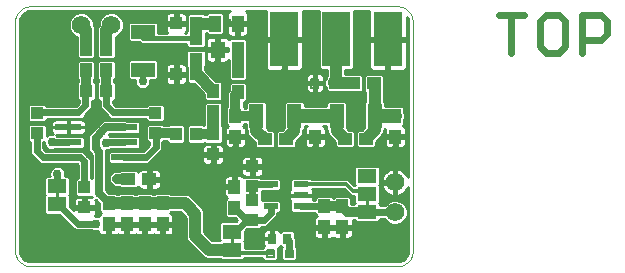
<source format=gtl>
G75*
G70*
%OFA0B0*%
%FSLAX24Y24*%
%IPPOS*%
%LPD*%
%AMOC8*
5,1,8,0,0,1.08239X$1,22.5*
%
%ADD10C,0.0230*%
%ADD11C,0.0020*%
%ADD12R,0.0500X0.0220*%
%ADD13R,0.0433X0.0394*%
%ADD14R,0.0400X0.0450*%
%ADD15C,0.0100*%
%ADD16R,0.0630X0.0460*%
%ADD17C,0.0079*%
%ADD18R,0.0276X0.0354*%
%ADD19R,0.0860X0.0220*%
%ADD20R,0.0950X0.1800*%
%ADD21R,0.0394X0.0433*%
%ADD22R,0.0394X0.0567*%
%ADD23R,0.0472X0.0567*%
%ADD24R,0.0472X0.0787*%
%ADD25R,0.0450X0.0400*%
%ADD26C,0.0620*%
%ADD27R,0.0787X0.0472*%
%ADD28C,0.0300*%
%ADD29C,0.0240*%
%ADD30C,0.0320*%
%ADD31C,0.0220*%
%ADD32C,0.0120*%
%ADD33C,0.0400*%
%ADD34C,0.0260*%
%ADD35C,0.0160*%
%ADD36C,0.0390*%
%ADD37C,0.0450*%
D10*
X022768Y008536D02*
X023616Y008536D01*
X023192Y008536D02*
X023192Y007265D01*
X024149Y007477D02*
X024361Y007265D01*
X024785Y007265D01*
X024997Y007477D01*
X024997Y008324D01*
X024785Y008536D01*
X024361Y008536D01*
X024149Y008324D01*
X024149Y007477D01*
X025531Y007689D02*
X026166Y007689D01*
X026378Y007901D01*
X026378Y008324D01*
X026166Y008536D01*
X025531Y008536D01*
X025531Y007265D01*
D11*
X006654Y008311D02*
X006654Y000650D01*
X006656Y000606D01*
X006662Y000563D01*
X006671Y000521D01*
X006684Y000479D01*
X006701Y000439D01*
X006721Y000400D01*
X006744Y000363D01*
X006771Y000329D01*
X006800Y000296D01*
X006833Y000267D01*
X006867Y000240D01*
X006904Y000217D01*
X006943Y000197D01*
X006983Y000180D01*
X007025Y000167D01*
X007067Y000158D01*
X007110Y000152D01*
X007154Y000150D01*
X019402Y000150D01*
X019446Y000152D01*
X019489Y000158D01*
X019531Y000167D01*
X019573Y000180D01*
X019613Y000197D01*
X019652Y000217D01*
X019689Y000240D01*
X019723Y000267D01*
X019756Y000296D01*
X019785Y000329D01*
X019812Y000363D01*
X019835Y000400D01*
X019855Y000439D01*
X019872Y000479D01*
X019885Y000521D01*
X019894Y000563D01*
X019900Y000606D01*
X019902Y000650D01*
X019902Y008311D01*
X019900Y008355D01*
X019894Y008398D01*
X019885Y008440D01*
X019872Y008482D01*
X019855Y008522D01*
X019835Y008561D01*
X019812Y008598D01*
X019785Y008632D01*
X019756Y008665D01*
X019723Y008694D01*
X019689Y008721D01*
X019652Y008744D01*
X019613Y008764D01*
X019573Y008781D01*
X019531Y008794D01*
X019489Y008803D01*
X019446Y008809D01*
X019402Y008811D01*
X007154Y008811D01*
X007110Y008809D01*
X007067Y008803D01*
X007025Y008794D01*
X006983Y008781D01*
X006943Y008764D01*
X006904Y008744D01*
X006867Y008721D01*
X006833Y008694D01*
X006800Y008665D01*
X006771Y008632D01*
X006744Y008598D01*
X006721Y008561D01*
X006701Y008522D01*
X006684Y008482D01*
X006671Y008440D01*
X006662Y008398D01*
X006656Y008355D01*
X006654Y008311D01*
D12*
X015168Y002880D03*
X016188Y002880D03*
X016188Y002510D03*
X016188Y002140D03*
X015168Y002140D03*
D13*
X014558Y002365D03*
X014558Y002815D03*
X014558Y003485D03*
X013253Y003875D03*
X013253Y004545D03*
X011328Y004589D03*
X011328Y005258D03*
X012683Y007065D03*
X012683Y007735D03*
X007391Y005258D03*
X007391Y004589D03*
X008964Y002778D03*
X008964Y002109D03*
X014558Y001695D03*
D14*
X013958Y002100D03*
X013958Y002800D03*
X011573Y002250D03*
X010973Y002250D03*
X010373Y002250D03*
X009773Y002250D03*
X009773Y001550D03*
X010373Y001550D03*
X010973Y001550D03*
X011573Y001550D03*
X016955Y001444D03*
X017552Y001440D03*
X017552Y002140D03*
X016955Y002144D03*
X016651Y004461D03*
X016651Y005161D03*
X019320Y005162D03*
X019320Y004462D03*
X014080Y005953D03*
X013253Y006000D03*
X014080Y006653D03*
X013253Y005300D03*
X013991Y005158D03*
X013991Y004458D03*
X009693Y006700D03*
X009013Y006680D03*
X009013Y007380D03*
X009693Y007400D03*
D15*
X009383Y007439D02*
X009323Y007439D01*
X009323Y007341D02*
X009383Y007341D01*
X009383Y007242D02*
X009323Y007242D01*
X009323Y007144D02*
X009383Y007144D01*
X009383Y007129D02*
X009448Y007065D01*
X009939Y007065D01*
X010003Y007129D01*
X010003Y007671D01*
X009998Y007676D01*
X009998Y007795D01*
X010091Y007834D01*
X010209Y007952D01*
X010273Y008106D01*
X010273Y008274D01*
X010209Y008428D01*
X010091Y008546D01*
X009937Y008610D01*
X009770Y008610D01*
X009615Y008546D01*
X009497Y008428D01*
X009433Y008274D01*
X009433Y008199D01*
X009388Y008091D01*
X009388Y007676D01*
X009383Y007671D01*
X009383Y007129D01*
X009323Y007109D02*
X009323Y007651D01*
X009318Y007656D01*
X009318Y008091D01*
X009273Y008199D01*
X009273Y008274D01*
X009209Y008428D01*
X009091Y008546D01*
X008937Y008610D01*
X008770Y008610D01*
X008615Y008546D01*
X008497Y008428D01*
X008433Y008274D01*
X008433Y008106D01*
X008497Y007952D01*
X008615Y007834D01*
X008708Y007795D01*
X008708Y007656D01*
X008703Y007651D01*
X008703Y007109D01*
X008768Y007045D01*
X009259Y007045D01*
X010473Y007045D01*
X010474Y007046D02*
X010410Y006982D01*
X010410Y006418D01*
X010474Y006354D01*
X010643Y006354D01*
X010643Y006258D01*
X010683Y006163D01*
X010756Y006090D01*
X010852Y006050D01*
X010955Y006050D01*
X011051Y006090D01*
X011124Y006163D01*
X011163Y006258D01*
X011163Y006354D01*
X011353Y006354D01*
X011417Y006418D01*
X011417Y006982D01*
X011353Y007046D01*
X010474Y007046D01*
X010410Y006947D02*
X010003Y006947D01*
X010003Y006971D02*
X009939Y007035D01*
X009448Y007035D01*
X009383Y006971D01*
X009383Y006429D01*
X009424Y006388D01*
X009424Y006291D01*
X009387Y006254D01*
X009387Y005730D01*
X009452Y005665D01*
X009474Y005665D01*
X009474Y005418D01*
X009633Y005259D01*
X009750Y005143D01*
X009750Y005124D01*
X009814Y005060D01*
X011002Y005060D01*
X011002Y005015D01*
X011066Y004951D01*
X011590Y004951D01*
X011655Y005015D01*
X011655Y005500D01*
X011590Y005565D01*
X011066Y005565D01*
X011002Y005500D01*
X011002Y005500D01*
X010015Y005500D01*
X009944Y005570D01*
X009914Y005600D01*
X009914Y005665D01*
X009937Y005665D01*
X010001Y005730D01*
X010001Y006254D01*
X009964Y006291D01*
X009964Y006390D01*
X010003Y006429D01*
X010003Y006971D01*
X010003Y006848D02*
X010410Y006848D01*
X010410Y006750D02*
X010003Y006750D01*
X010003Y006651D02*
X010410Y006651D01*
X010410Y006553D02*
X010003Y006553D01*
X010003Y006454D02*
X010410Y006454D01*
X010472Y006356D02*
X009964Y006356D01*
X009998Y006257D02*
X010644Y006257D01*
X010687Y006159D02*
X010001Y006159D01*
X010001Y006060D02*
X010827Y006060D01*
X010979Y006060D02*
X012762Y006060D01*
X012860Y005962D02*
X010001Y005962D01*
X010001Y005863D02*
X012943Y005863D01*
X012943Y005879D02*
X012943Y005729D01*
X013008Y005665D01*
X013499Y005665D01*
X013563Y005729D01*
X013563Y006271D01*
X013499Y006335D01*
X013350Y006335D01*
X012995Y006690D01*
X012995Y006808D01*
X013010Y006823D01*
X013010Y007308D01*
X012945Y007372D01*
X012421Y007372D01*
X012357Y007308D01*
X012357Y006823D01*
X012381Y006799D01*
X012381Y006288D01*
X012446Y006223D01*
X012599Y006223D01*
X012943Y005879D01*
X012943Y005765D02*
X010001Y005765D01*
X009937Y005666D02*
X013007Y005666D01*
X013008Y005635D02*
X012943Y005571D01*
X012943Y005029D01*
X012948Y005024D01*
X012948Y004859D01*
X012930Y004877D01*
X012446Y004877D01*
X012381Y004812D01*
X012381Y004288D01*
X012446Y004223D01*
X012930Y004223D01*
X012968Y004261D01*
X012991Y004238D01*
X013515Y004238D01*
X013580Y004302D01*
X013580Y004787D01*
X013558Y004809D01*
X013558Y005024D01*
X013563Y005029D01*
X013563Y005571D01*
X013499Y005635D01*
X013008Y005635D01*
X012943Y005568D02*
X009947Y005568D01*
X009944Y005570D02*
X009944Y005570D01*
X009522Y005371D02*
X009165Y005371D01*
X009213Y005419D02*
X009213Y005665D01*
X009267Y005665D01*
X009332Y005730D01*
X009332Y006254D01*
X009295Y006291D01*
X009295Y006381D01*
X009323Y006409D01*
X009323Y006951D01*
X009259Y007015D01*
X008768Y007015D01*
X008703Y006951D01*
X008703Y006409D01*
X008755Y006358D01*
X008755Y006291D01*
X008718Y006254D01*
X008718Y005730D01*
X008773Y005674D01*
X008773Y005601D01*
X008672Y005500D01*
X007718Y005500D01*
X007653Y005565D01*
X007129Y005565D01*
X007065Y005500D01*
X007065Y005015D01*
X007129Y004951D01*
X007653Y004951D01*
X007718Y005015D01*
X007718Y005060D01*
X008905Y005060D01*
X008970Y005124D01*
X008970Y005175D01*
X009084Y005290D01*
X009213Y005419D01*
X009213Y005469D02*
X009474Y005469D01*
X009474Y005568D02*
X009213Y005568D01*
X009268Y005666D02*
X009451Y005666D01*
X009387Y005765D02*
X009332Y005765D01*
X009332Y005863D02*
X009387Y005863D01*
X009387Y005962D02*
X009332Y005962D01*
X009332Y006060D02*
X009387Y006060D01*
X009387Y006159D02*
X009332Y006159D01*
X009329Y006257D02*
X009391Y006257D01*
X009424Y006356D02*
X009295Y006356D01*
X009323Y006454D02*
X009383Y006454D01*
X009383Y006553D02*
X009323Y006553D01*
X009323Y006651D02*
X009383Y006651D01*
X009383Y006750D02*
X009323Y006750D01*
X009323Y006848D02*
X009383Y006848D01*
X009383Y006947D02*
X009323Y006947D01*
X009259Y007045D02*
X009323Y007109D01*
X008768Y007045D02*
X006814Y007045D01*
X006814Y006947D02*
X008703Y006947D01*
X008703Y006848D02*
X006814Y006848D01*
X006814Y006750D02*
X008703Y006750D01*
X008703Y006651D02*
X006814Y006651D01*
X006814Y006553D02*
X008703Y006553D01*
X008703Y006454D02*
X006814Y006454D01*
X006814Y006356D02*
X008755Y006356D01*
X008721Y006257D02*
X006814Y006257D01*
X006814Y006159D02*
X008718Y006159D01*
X008718Y006060D02*
X006814Y006060D01*
X006814Y005962D02*
X008718Y005962D01*
X008718Y005863D02*
X006814Y005863D01*
X006814Y005765D02*
X008718Y005765D01*
X008773Y005666D02*
X006814Y005666D01*
X006814Y005568D02*
X008740Y005568D01*
X009066Y005272D02*
X009620Y005272D01*
X009633Y005259D02*
X009633Y005259D01*
X009719Y005174D02*
X008970Y005174D01*
X008921Y005075D02*
X009799Y005075D01*
X009635Y005020D02*
X009547Y004983D01*
X009454Y004890D01*
X009406Y004870D01*
X009333Y004797D01*
X009313Y004749D01*
X009197Y004633D01*
X009130Y004566D01*
X009093Y004478D01*
X009093Y004042D01*
X009130Y003954D01*
X009197Y003887D01*
X009197Y003887D01*
X009213Y003871D01*
X009213Y003085D01*
X009184Y003085D01*
X009184Y003710D01*
X009055Y003839D01*
X009024Y003870D01*
X008970Y003925D01*
X008970Y003935D01*
X008905Y004000D01*
X007675Y004000D01*
X007593Y004081D01*
X007593Y004282D01*
X007613Y004282D01*
X007613Y004238D01*
X007653Y004143D01*
X007726Y004070D01*
X007822Y004030D01*
X007925Y004030D01*
X007996Y004060D01*
X008905Y004060D01*
X008970Y004124D01*
X008970Y004435D01*
X008905Y004500D01*
X008031Y004500D01*
X008021Y004510D01*
X007999Y004520D01*
X008425Y004520D01*
X008425Y004775D01*
X007850Y004775D01*
X007850Y004650D01*
X007860Y004612D01*
X007880Y004577D01*
X007907Y004550D01*
X007822Y004550D01*
X007726Y004510D01*
X007718Y004502D01*
X007718Y004831D01*
X007653Y004895D01*
X007129Y004895D01*
X007065Y004831D01*
X007065Y004346D01*
X007129Y004282D01*
X007153Y004282D01*
X007153Y003899D01*
X007282Y003770D01*
X007493Y003560D01*
X007954Y003560D01*
X008713Y003560D01*
X008713Y003559D01*
X008744Y003528D01*
X008744Y003085D01*
X008702Y003085D01*
X008638Y003021D01*
X008638Y002536D01*
X008702Y002471D01*
X009217Y002471D01*
X009226Y002449D01*
X009201Y002456D01*
X009013Y002456D01*
X009013Y002157D01*
X009331Y002157D01*
X009331Y002326D01*
X009324Y002352D01*
X009354Y002340D01*
X009463Y002231D01*
X009463Y001979D01*
X009525Y001917D01*
X009515Y001915D01*
X009481Y001895D01*
X009453Y001867D01*
X009434Y001833D01*
X009428Y001812D01*
X009385Y001830D01*
X009307Y001830D01*
X009321Y001854D01*
X009331Y001892D01*
X009331Y002061D01*
X009013Y002061D01*
X009013Y002157D01*
X008916Y002157D01*
X008916Y002061D01*
X008598Y002061D01*
X008598Y002017D01*
X008573Y002041D01*
X008466Y002148D01*
X008466Y002487D01*
X008442Y002511D01*
X008466Y002535D01*
X008466Y003087D01*
X008402Y003151D01*
X008302Y003151D01*
X008313Y003178D01*
X008313Y003282D01*
X008274Y003377D01*
X008201Y003450D01*
X008105Y003490D01*
X008002Y003490D01*
X007906Y003450D01*
X007833Y003377D01*
X007793Y003282D01*
X007793Y003178D01*
X007805Y003151D01*
X007681Y003151D01*
X007616Y003087D01*
X007616Y002535D01*
X007641Y002511D01*
X007616Y002487D01*
X007616Y001935D01*
X007681Y001871D01*
X008121Y001871D01*
X008262Y001730D01*
X008642Y001350D01*
X009186Y001350D01*
X009186Y001350D01*
X009282Y001310D01*
X009385Y001310D01*
X009423Y001326D01*
X009423Y001305D01*
X009434Y001267D01*
X009453Y001233D01*
X009481Y001205D01*
X009515Y001185D01*
X009554Y001175D01*
X009723Y001175D01*
X009723Y001500D01*
X009823Y001500D01*
X009823Y001175D01*
X009993Y001175D01*
X010031Y001185D01*
X010065Y001205D01*
X010073Y001213D01*
X010081Y001205D01*
X010115Y001185D01*
X010154Y001175D01*
X010323Y001175D01*
X010323Y001500D01*
X010023Y001500D01*
X009823Y001500D01*
X009823Y001600D01*
X010323Y001600D01*
X010323Y001500D01*
X010423Y001500D01*
X010423Y001175D01*
X010593Y001175D01*
X010631Y001185D01*
X010665Y001205D01*
X010673Y001213D01*
X010681Y001205D01*
X010715Y001185D01*
X010754Y001175D01*
X010923Y001175D01*
X010923Y001500D01*
X010423Y001500D01*
X010423Y001600D01*
X010723Y001600D01*
X010923Y001600D01*
X010923Y001500D01*
X011023Y001500D01*
X011023Y001175D01*
X011193Y001175D01*
X011231Y001185D01*
X011265Y001205D01*
X011273Y001213D01*
X011281Y001205D01*
X011315Y001185D01*
X011354Y001175D01*
X011523Y001175D01*
X011523Y001500D01*
X011223Y001500D01*
X011023Y001500D01*
X011023Y001600D01*
X011523Y001600D01*
X011523Y001500D01*
X011623Y001500D01*
X011623Y001175D01*
X011793Y001175D01*
X011831Y001185D01*
X011865Y001205D01*
X011893Y001233D01*
X011913Y001267D01*
X011923Y001305D01*
X011923Y001500D01*
X011623Y001500D01*
X011623Y001600D01*
X011923Y001600D01*
X011923Y001795D01*
X011913Y001833D01*
X011893Y001867D01*
X011865Y001895D01*
X011831Y001915D01*
X011821Y001917D01*
X011844Y001940D01*
X012175Y001940D01*
X012228Y001887D01*
X012343Y001772D01*
X012343Y001088D01*
X012391Y000974D01*
X012478Y000887D01*
X012924Y000441D01*
X013038Y000394D01*
X013498Y000394D01*
X013528Y000364D01*
X014249Y000364D01*
X014301Y000415D01*
X014889Y000415D01*
X014889Y000405D01*
X014977Y000318D01*
X015337Y000318D01*
X015424Y000405D01*
X015424Y000756D01*
X015446Y000768D01*
X015474Y000796D01*
X015493Y000830D01*
X015538Y000784D01*
X015519Y000765D01*
X015519Y000405D01*
X015607Y000318D01*
X015967Y000318D01*
X016054Y000405D01*
X016054Y000765D01*
X016017Y000803D01*
X016017Y001018D01*
X016010Y001025D01*
X015976Y001108D01*
X015976Y001288D01*
X015911Y001353D01*
X015544Y001353D01*
X015493Y001301D01*
X015474Y001335D01*
X015446Y001363D01*
X015412Y001382D01*
X015374Y001393D01*
X015235Y001393D01*
X015235Y001084D01*
X015197Y001084D01*
X015197Y001047D01*
X014928Y001047D01*
X014928Y000869D01*
X014938Y000830D01*
X014944Y000820D01*
X014889Y000765D01*
X014889Y000755D01*
X014314Y000755D01*
X014314Y000979D01*
X014289Y001004D01*
X014314Y001028D01*
X014314Y001319D01*
X014383Y001389D01*
X014820Y001389D01*
X014884Y001453D01*
X014884Y001470D01*
X015024Y001470D01*
X015153Y001599D01*
X015388Y001833D01*
X015388Y001920D01*
X015463Y001920D01*
X015528Y001984D01*
X015528Y002296D01*
X015463Y002360D01*
X014884Y002360D01*
X014884Y002660D01*
X015463Y002660D01*
X015528Y002724D01*
X015528Y003036D01*
X015463Y003100D01*
X014842Y003100D01*
X014820Y003122D01*
X014296Y003122D01*
X014283Y003109D01*
X014278Y003117D01*
X014250Y003145D01*
X014216Y003165D01*
X014178Y003175D01*
X014008Y003175D01*
X014008Y002850D01*
X013908Y002850D01*
X013908Y003175D01*
X013738Y003175D01*
X013700Y003165D01*
X013666Y003145D01*
X013638Y003117D01*
X013618Y003083D01*
X013608Y003045D01*
X013608Y002850D01*
X013908Y002850D01*
X013908Y002750D01*
X013608Y002750D01*
X013608Y002555D01*
X013618Y002517D01*
X013638Y002483D01*
X013666Y002455D01*
X013700Y002435D01*
X013710Y002433D01*
X013648Y002371D01*
X013648Y001829D01*
X013712Y001765D01*
X013982Y001765D01*
X014059Y001687D01*
X014016Y001644D01*
X013528Y001644D01*
X013464Y001579D01*
X013464Y001028D01*
X013478Y001014D01*
X013228Y001014D01*
X012963Y001278D01*
X012963Y001962D01*
X012916Y002076D01*
X012666Y002326D01*
X012566Y002426D01*
X012479Y002513D01*
X012365Y002560D01*
X011844Y002560D01*
X011819Y002585D01*
X011328Y002585D01*
X011303Y002560D01*
X011244Y002560D01*
X011219Y002585D01*
X010728Y002585D01*
X010703Y002560D01*
X010644Y002560D01*
X010619Y002585D01*
X010128Y002585D01*
X010103Y002560D01*
X010044Y002560D01*
X010019Y002585D01*
X009788Y002585D01*
X009694Y002679D01*
X009693Y002680D01*
X009693Y004010D01*
X009745Y004010D01*
X009841Y004050D01*
X009851Y004060D01*
X010765Y004060D01*
X010830Y004124D01*
X010830Y004435D01*
X010765Y004500D01*
X009819Y004500D01*
X009779Y004516D01*
X009789Y004540D01*
X010337Y004540D01*
X010386Y004560D01*
X010765Y004560D01*
X010830Y004624D01*
X010830Y004935D01*
X010765Y005000D01*
X010386Y005000D01*
X010337Y005020D01*
X009635Y005020D01*
X009540Y004977D02*
X008983Y004977D01*
X008980Y004982D02*
X008952Y005010D01*
X008918Y005029D01*
X008879Y005040D01*
X008435Y005040D01*
X008435Y004785D01*
X008425Y004785D01*
X008425Y005040D01*
X007980Y005040D01*
X007942Y005029D01*
X007908Y005010D01*
X007880Y004982D01*
X007860Y004947D01*
X007850Y004909D01*
X007850Y004785D01*
X008425Y004785D01*
X008425Y004775D01*
X008435Y004775D01*
X008435Y004785D01*
X009010Y004785D01*
X009010Y004909D01*
X008999Y004947D01*
X008980Y004982D01*
X009010Y004878D02*
X009424Y004878D01*
X009326Y004780D02*
X008435Y004780D01*
X008435Y004775D02*
X009010Y004775D01*
X009010Y004650D01*
X008999Y004612D01*
X008980Y004577D01*
X008952Y004549D01*
X008918Y004530D01*
X008879Y004520D01*
X008435Y004520D01*
X008435Y004775D01*
X008425Y004780D02*
X007718Y004780D01*
X007718Y004681D02*
X007850Y004681D01*
X007877Y004583D02*
X007718Y004583D01*
X007671Y004878D02*
X007850Y004878D01*
X007877Y004977D02*
X007679Y004977D01*
X007104Y004977D02*
X006814Y004977D01*
X006814Y005075D02*
X007065Y005075D01*
X007065Y005174D02*
X006814Y005174D01*
X006814Y005272D02*
X007065Y005272D01*
X007065Y005371D02*
X006814Y005371D01*
X006814Y005469D02*
X007065Y005469D01*
X007718Y005500D02*
X007718Y005500D01*
X007112Y004878D02*
X006814Y004878D01*
X006814Y004780D02*
X007065Y004780D01*
X007065Y004681D02*
X006814Y004681D01*
X006814Y004583D02*
X007065Y004583D01*
X007065Y004484D02*
X006814Y004484D01*
X006814Y004386D02*
X007065Y004386D01*
X007124Y004287D02*
X006814Y004287D01*
X006814Y004189D02*
X007153Y004189D01*
X007153Y004090D02*
X006814Y004090D01*
X006814Y003992D02*
X007153Y003992D01*
X007159Y003893D02*
X006814Y003893D01*
X006814Y003795D02*
X007258Y003795D01*
X007356Y003696D02*
X006814Y003696D01*
X006814Y003598D02*
X007455Y003598D01*
X007856Y003401D02*
X006814Y003401D01*
X006814Y003499D02*
X008744Y003499D01*
X008744Y003401D02*
X008250Y003401D01*
X008305Y003302D02*
X008744Y003302D01*
X008744Y003204D02*
X008313Y003204D01*
X008448Y003105D02*
X008744Y003105D01*
X008638Y003007D02*
X008466Y003007D01*
X008466Y002908D02*
X008638Y002908D01*
X008638Y002810D02*
X008466Y002810D01*
X008466Y002711D02*
X008638Y002711D01*
X008638Y002613D02*
X008466Y002613D01*
X008445Y002514D02*
X008660Y002514D01*
X008690Y002446D02*
X008656Y002426D01*
X008628Y002398D01*
X008608Y002364D01*
X008598Y002326D01*
X008598Y002157D01*
X008916Y002157D01*
X008916Y002456D01*
X008728Y002456D01*
X008690Y002446D01*
X008645Y002416D02*
X008466Y002416D01*
X008466Y002317D02*
X008598Y002317D01*
X008598Y002219D02*
X008466Y002219D01*
X008494Y002120D02*
X008916Y002120D01*
X009013Y002120D02*
X009463Y002120D01*
X009463Y002022D02*
X009331Y002022D01*
X009331Y001923D02*
X009520Y001923D01*
X009431Y001825D02*
X009398Y001825D01*
X009331Y002219D02*
X009463Y002219D01*
X009377Y002317D02*
X009331Y002317D01*
X009013Y002317D02*
X008916Y002317D01*
X008916Y002219D02*
X009013Y002219D01*
X009013Y002416D02*
X008916Y002416D01*
X008598Y002022D02*
X008593Y002022D01*
X008168Y001825D02*
X006814Y001825D01*
X006814Y001923D02*
X007629Y001923D01*
X007616Y002022D02*
X006814Y002022D01*
X006814Y002120D02*
X007616Y002120D01*
X007616Y002219D02*
X006814Y002219D01*
X006814Y002317D02*
X007616Y002317D01*
X007616Y002416D02*
X006814Y002416D01*
X006814Y002514D02*
X007638Y002514D01*
X007616Y002613D02*
X006814Y002613D01*
X006814Y002711D02*
X007616Y002711D01*
X007616Y002810D02*
X006814Y002810D01*
X006814Y002908D02*
X007616Y002908D01*
X007616Y003007D02*
X006814Y003007D01*
X006814Y003105D02*
X007635Y003105D01*
X007793Y003204D02*
X006814Y003204D01*
X006814Y003302D02*
X007802Y003302D01*
X008041Y002611D02*
X008041Y002411D01*
X008266Y001726D02*
X006814Y001726D01*
X006814Y001628D02*
X008365Y001628D01*
X008463Y001529D02*
X006814Y001529D01*
X006814Y001431D02*
X008562Y001431D01*
X009228Y001332D02*
X006814Y001332D01*
X006814Y001234D02*
X009453Y001234D01*
X009723Y001234D02*
X009823Y001234D01*
X009823Y001332D02*
X009723Y001332D01*
X009723Y001431D02*
X009823Y001431D01*
X009823Y001529D02*
X010323Y001529D01*
X010323Y001431D02*
X010423Y001431D01*
X010423Y001529D02*
X010923Y001529D01*
X010923Y001431D02*
X011023Y001431D01*
X011023Y001529D02*
X011523Y001529D01*
X011523Y001431D02*
X011623Y001431D01*
X011623Y001529D02*
X012343Y001529D01*
X012343Y001431D02*
X011923Y001431D01*
X011923Y001332D02*
X012343Y001332D01*
X012343Y001234D02*
X011894Y001234D01*
X011623Y001234D02*
X011523Y001234D01*
X011523Y001332D02*
X011623Y001332D01*
X011923Y001628D02*
X012343Y001628D01*
X012343Y001726D02*
X011923Y001726D01*
X011915Y001825D02*
X012290Y001825D01*
X012192Y001923D02*
X011827Y001923D01*
X012576Y002416D02*
X013693Y002416D01*
X013648Y002317D02*
X012675Y002317D01*
X012773Y002219D02*
X013648Y002219D01*
X013648Y002120D02*
X012872Y002120D01*
X012939Y002022D02*
X013648Y002022D01*
X013648Y001923D02*
X012963Y001923D01*
X012963Y001825D02*
X013653Y001825D01*
X014021Y001726D02*
X012963Y001726D01*
X012963Y001628D02*
X013512Y001628D01*
X013464Y001529D02*
X012963Y001529D01*
X012963Y001431D02*
X013464Y001431D01*
X013464Y001332D02*
X012963Y001332D01*
X013008Y001234D02*
X013464Y001234D01*
X013464Y001135D02*
X013107Y001135D01*
X013205Y001037D02*
X013464Y001037D01*
X013889Y001104D02*
X013889Y000904D01*
X014314Y000938D02*
X014928Y000938D01*
X014928Y001037D02*
X014314Y001037D01*
X014314Y001135D02*
X014928Y001135D01*
X014928Y001084D02*
X015197Y001084D01*
X015197Y001393D01*
X015058Y001393D01*
X015020Y001382D01*
X014986Y001363D01*
X014958Y001335D01*
X014938Y001300D01*
X014928Y001262D01*
X014928Y001084D01*
X014928Y001234D02*
X014314Y001234D01*
X014326Y001332D02*
X014957Y001332D01*
X014862Y001431D02*
X016905Y001431D01*
X016905Y001394D02*
X016605Y001394D01*
X016605Y001199D01*
X016615Y001161D01*
X016635Y001127D01*
X016663Y001099D01*
X016697Y001079D01*
X016735Y001069D01*
X016905Y001069D01*
X016905Y001394D01*
X017005Y001394D01*
X017005Y001494D01*
X017202Y001494D01*
X017202Y001490D01*
X017502Y001490D01*
X017502Y001390D01*
X017602Y001390D01*
X017602Y001490D01*
X017902Y001490D01*
X017902Y001685D01*
X017899Y001695D01*
X017948Y001695D01*
X017948Y001690D01*
X018013Y001625D01*
X018734Y001625D01*
X018798Y001690D01*
X018798Y001735D01*
X018948Y001735D01*
X018957Y001712D01*
X019075Y001594D01*
X019230Y001530D01*
X019397Y001530D01*
X019551Y001594D01*
X019669Y001712D01*
X019733Y001866D01*
X019733Y002034D01*
X019669Y002188D01*
X019551Y002306D01*
X019397Y002370D01*
X019230Y002370D01*
X019075Y002306D01*
X018965Y002195D01*
X018798Y002195D01*
X018798Y002241D01*
X018774Y002265D01*
X018798Y002290D01*
X018798Y002841D01*
X018774Y002865D01*
X018798Y002890D01*
X018798Y003441D01*
X018734Y003505D01*
X018013Y003505D01*
X017948Y003441D01*
X017948Y002890D01*
X017973Y002865D01*
X017951Y002843D01*
X017744Y003050D01*
X016533Y003050D01*
X016483Y003100D01*
X015892Y003100D01*
X015828Y003036D01*
X015828Y002724D01*
X015829Y002723D01*
X015818Y002712D01*
X015798Y002678D01*
X015788Y002640D01*
X015788Y002515D01*
X016183Y002515D01*
X016183Y002505D01*
X015788Y002505D01*
X015788Y002380D01*
X015798Y002342D01*
X015818Y002308D01*
X015829Y002297D01*
X015828Y002296D01*
X015828Y001984D01*
X015892Y001920D01*
X016645Y001920D01*
X016645Y001874D01*
X016707Y001812D01*
X016697Y001809D01*
X016663Y001789D01*
X016635Y001761D01*
X016615Y001727D01*
X016605Y001689D01*
X016605Y001494D01*
X016905Y001494D01*
X016905Y001394D01*
X016905Y001332D02*
X017005Y001332D01*
X017005Y001394D02*
X017005Y001069D01*
X017175Y001069D01*
X017213Y001079D01*
X017247Y001099D01*
X017251Y001103D01*
X017259Y001095D01*
X017294Y001075D01*
X017332Y001065D01*
X017502Y001065D01*
X017502Y001390D01*
X017305Y001390D01*
X017305Y001394D01*
X017005Y001394D01*
X017005Y001431D02*
X017502Y001431D01*
X017502Y001332D02*
X017602Y001332D01*
X017602Y001390D02*
X017602Y001065D01*
X017771Y001065D01*
X017809Y001075D01*
X017844Y001095D01*
X017872Y001123D01*
X017891Y001157D01*
X017902Y001195D01*
X017902Y001390D01*
X017602Y001390D01*
X017602Y001431D02*
X019742Y001431D01*
X019742Y001529D02*
X017902Y001529D01*
X017902Y001628D02*
X018011Y001628D01*
X017902Y001332D02*
X019742Y001332D01*
X019742Y001234D02*
X017902Y001234D01*
X017879Y001135D02*
X019742Y001135D01*
X019742Y001037D02*
X016005Y001037D01*
X016017Y000938D02*
X019742Y000938D01*
X019742Y000840D02*
X016017Y000840D01*
X016054Y000741D02*
X019742Y000741D01*
X019742Y000650D02*
X019735Y000584D01*
X019685Y000461D01*
X019591Y000367D01*
X019468Y000316D01*
X019402Y000310D01*
X007154Y000310D01*
X007087Y000316D01*
X006965Y000367D01*
X006871Y000461D01*
X006820Y000584D01*
X006814Y000650D01*
X006814Y008311D01*
X006820Y008378D01*
X006871Y008500D01*
X006965Y008594D01*
X007087Y008645D01*
X007154Y008652D01*
X013800Y008652D01*
X013781Y008641D01*
X013753Y008613D01*
X013733Y008578D01*
X013723Y008540D01*
X013723Y008286D01*
X014021Y008286D01*
X014021Y008189D01*
X013723Y008189D01*
X013723Y007934D01*
X013733Y007896D01*
X013753Y007862D01*
X013781Y007834D01*
X013815Y007814D01*
X013853Y007804D01*
X014021Y007804D01*
X014021Y008189D01*
X014118Y008189D01*
X014118Y008286D01*
X014417Y008286D01*
X014417Y008540D01*
X014406Y008578D01*
X014387Y008613D01*
X014359Y008641D01*
X014340Y008652D01*
X015009Y008652D01*
X015003Y008631D01*
X015003Y007761D01*
X015578Y007761D01*
X015578Y007661D01*
X015678Y007661D01*
X015678Y006661D01*
X016123Y006661D01*
X016161Y006672D01*
X016195Y006691D01*
X016223Y006719D01*
X016243Y006754D01*
X016253Y006792D01*
X016253Y007661D01*
X015678Y007661D01*
X015678Y007761D01*
X016253Y007761D01*
X016253Y008631D01*
X016248Y008652D01*
X016768Y008652D01*
X016768Y006766D01*
X016833Y006701D01*
X017043Y006701D01*
X017043Y006502D01*
X017001Y006460D01*
X017001Y006414D01*
X016958Y006312D01*
X016958Y006188D01*
X017001Y006086D01*
X017001Y006040D01*
X017088Y005953D01*
X017175Y005953D01*
X017207Y005940D01*
X018174Y005940D01*
X018238Y006004D01*
X018238Y006496D01*
X018174Y006560D01*
X017663Y006560D01*
X017663Y006701D01*
X017874Y006701D01*
X017938Y006766D01*
X017938Y008652D01*
X018459Y008652D01*
X018453Y008631D01*
X018453Y007761D01*
X019028Y007761D01*
X019028Y007661D01*
X019128Y007661D01*
X019128Y006661D01*
X019573Y006661D01*
X019611Y006672D01*
X019645Y006691D01*
X019673Y006719D01*
X019693Y006754D01*
X019703Y006792D01*
X019703Y007661D01*
X019128Y007661D01*
X019128Y007761D01*
X019703Y007761D01*
X019703Y008455D01*
X019735Y008378D01*
X019742Y008311D01*
X019742Y003119D01*
X019740Y003127D01*
X019707Y003191D01*
X019664Y003250D01*
X019613Y003301D01*
X019554Y003343D01*
X019490Y003376D01*
X019421Y003399D01*
X019362Y003408D01*
X019362Y002998D01*
X019265Y002998D01*
X019265Y002902D01*
X018855Y002902D01*
X018865Y002842D01*
X018887Y002773D01*
X018920Y002709D01*
X018962Y002650D01*
X019014Y002599D01*
X019072Y002557D01*
X019137Y002524D01*
X019206Y002501D01*
X019265Y002492D01*
X019265Y002902D01*
X019362Y002902D01*
X019362Y002492D01*
X019421Y002501D01*
X019490Y002524D01*
X019554Y002557D01*
X019613Y002599D01*
X019664Y002650D01*
X019707Y002709D01*
X019740Y002773D01*
X019742Y002781D01*
X019742Y000650D01*
X019741Y000643D02*
X016054Y000643D01*
X016054Y000544D02*
X019719Y000544D01*
X019669Y000446D02*
X016054Y000446D01*
X015996Y000347D02*
X019542Y000347D01*
X017602Y001135D02*
X017502Y001135D01*
X017502Y001234D02*
X017602Y001234D01*
X017005Y001234D02*
X016905Y001234D01*
X016905Y001135D02*
X017005Y001135D01*
X016630Y001135D02*
X015976Y001135D01*
X015976Y001234D02*
X016605Y001234D01*
X016605Y001332D02*
X015932Y001332D01*
X015524Y001332D02*
X015475Y001332D01*
X015235Y001332D02*
X015197Y001332D01*
X015197Y001234D02*
X015235Y001234D01*
X015235Y001135D02*
X015197Y001135D01*
X014936Y000840D02*
X014314Y000840D01*
X014948Y000347D02*
X007013Y000347D01*
X006886Y000446D02*
X012919Y000446D01*
X012821Y000544D02*
X006837Y000544D01*
X006814Y000643D02*
X012722Y000643D01*
X012624Y000741D02*
X006814Y000741D01*
X006814Y000840D02*
X012525Y000840D01*
X012427Y000938D02*
X006814Y000938D01*
X006814Y001037D02*
X012365Y001037D01*
X012343Y001135D02*
X006814Y001135D01*
X009693Y002711D02*
X010851Y002711D01*
X010846Y002712D02*
X010884Y002702D01*
X011079Y002702D01*
X011079Y003002D01*
X011179Y003002D01*
X011179Y002702D01*
X011374Y002702D01*
X011412Y002712D01*
X011446Y002732D01*
X011474Y002760D01*
X011494Y002794D01*
X011504Y002832D01*
X011504Y003002D01*
X011179Y003002D01*
X011179Y003102D01*
X011079Y003102D01*
X011079Y003402D01*
X010884Y003402D01*
X010846Y003392D01*
X010812Y003372D01*
X010784Y003344D01*
X010764Y003310D01*
X010762Y003300D01*
X010700Y003362D01*
X010159Y003362D01*
X010119Y003322D01*
X010116Y003322D01*
X010097Y003330D01*
X009990Y003330D01*
X009890Y003289D01*
X009814Y003213D01*
X009773Y003114D01*
X009773Y003006D01*
X009814Y002907D01*
X009898Y002823D01*
X009997Y002782D01*
X010119Y002782D01*
X010159Y002742D01*
X010700Y002742D01*
X010762Y002804D01*
X010764Y002794D01*
X010784Y002760D01*
X010812Y002732D01*
X010846Y002712D01*
X011079Y002711D02*
X011179Y002711D01*
X011179Y002810D02*
X011079Y002810D01*
X011079Y002908D02*
X011179Y002908D01*
X011179Y003007D02*
X013608Y003007D01*
X013608Y002908D02*
X011504Y002908D01*
X011498Y002810D02*
X013908Y002810D01*
X013908Y002908D02*
X014008Y002908D01*
X014008Y003007D02*
X013908Y003007D01*
X013908Y003105D02*
X014008Y003105D01*
X014202Y003230D02*
X014221Y003196D01*
X014249Y003168D01*
X014283Y003148D01*
X014322Y003138D01*
X014509Y003138D01*
X014509Y003436D01*
X014191Y003436D01*
X014191Y003268D01*
X014202Y003230D01*
X014217Y003204D02*
X011504Y003204D01*
X011504Y003272D02*
X011494Y003310D01*
X011474Y003344D01*
X011446Y003372D01*
X011412Y003392D01*
X011374Y003402D01*
X011179Y003402D01*
X011179Y003102D01*
X011504Y003102D01*
X011504Y003272D01*
X011496Y003302D02*
X014191Y003302D01*
X014191Y003401D02*
X011380Y003401D01*
X011179Y003401D02*
X011079Y003401D01*
X011079Y003302D02*
X011179Y003302D01*
X011179Y003204D02*
X011079Y003204D01*
X011079Y003105D02*
X011179Y003105D01*
X011504Y003105D02*
X013631Y003105D01*
X013608Y002711D02*
X011407Y002711D01*
X012476Y002514D02*
X013620Y002514D01*
X013608Y002613D02*
X009760Y002613D01*
X009693Y002810D02*
X009931Y002810D01*
X009814Y002908D02*
X009693Y002908D01*
X009693Y003007D02*
X009773Y003007D01*
X009773Y003105D02*
X009693Y003105D01*
X009693Y003204D02*
X009811Y003204D01*
X009922Y003302D02*
X009693Y003302D01*
X009693Y003401D02*
X010878Y003401D01*
X010762Y003302D02*
X010760Y003302D01*
X011094Y003560D02*
X011553Y004019D01*
X011553Y004282D01*
X011590Y004282D01*
X011627Y004319D01*
X011712Y004319D01*
X011712Y004288D01*
X011776Y004223D01*
X012261Y004223D01*
X012326Y004288D01*
X012326Y004812D01*
X012261Y004877D01*
X011776Y004877D01*
X011758Y004859D01*
X011627Y004859D01*
X011590Y004895D01*
X011066Y004895D01*
X011002Y004831D01*
X011002Y004346D01*
X011066Y004282D01*
X011113Y004282D01*
X011113Y004201D01*
X010912Y004000D01*
X009814Y004000D01*
X009750Y003935D01*
X009750Y003624D01*
X009814Y003560D01*
X011094Y003560D01*
X011132Y003598D02*
X012910Y003598D01*
X012917Y003586D02*
X012945Y003558D01*
X012979Y003539D01*
X013017Y003529D01*
X013205Y003529D01*
X013205Y003827D01*
X013302Y003827D01*
X013302Y003924D01*
X013620Y003924D01*
X013620Y004092D01*
X013610Y004130D01*
X013590Y004164D01*
X013562Y004192D01*
X013528Y004212D01*
X013490Y004222D01*
X013302Y004222D01*
X013302Y003924D01*
X013205Y003924D01*
X013205Y004222D01*
X013017Y004222D01*
X012979Y004212D01*
X012945Y004192D01*
X012917Y004164D01*
X012897Y004130D01*
X012887Y004092D01*
X012887Y003924D01*
X013205Y003924D01*
X013205Y003827D01*
X012887Y003827D01*
X012887Y003659D01*
X012897Y003621D01*
X012917Y003586D01*
X012887Y003696D02*
X011230Y003696D01*
X011329Y003795D02*
X012887Y003795D01*
X013205Y003795D02*
X013302Y003795D01*
X013302Y003827D02*
X013302Y003529D01*
X013490Y003529D01*
X013528Y003539D01*
X013562Y003558D01*
X013590Y003586D01*
X013610Y003621D01*
X013620Y003659D01*
X013620Y003827D01*
X013302Y003827D01*
X013302Y003893D02*
X019742Y003893D01*
X019742Y003795D02*
X014874Y003795D01*
X014867Y003802D02*
X014894Y003774D01*
X014914Y003739D01*
X014924Y003701D01*
X014924Y003533D01*
X014606Y003533D01*
X014509Y003533D01*
X014509Y003436D01*
X014606Y003436D01*
X014606Y003138D01*
X014794Y003138D01*
X014832Y003148D01*
X014867Y003168D01*
X014894Y003196D01*
X014914Y003230D01*
X014924Y003268D01*
X014924Y003436D01*
X014606Y003436D01*
X014606Y003533D01*
X014606Y003831D01*
X014794Y003831D01*
X014832Y003821D01*
X014867Y003802D01*
X014924Y003696D02*
X019742Y003696D01*
X019742Y003598D02*
X014924Y003598D01*
X014924Y003401D02*
X017948Y003401D01*
X017948Y003302D02*
X014924Y003302D01*
X014899Y003204D02*
X017948Y003204D01*
X017948Y003105D02*
X014837Y003105D01*
X014606Y003204D02*
X014509Y003204D01*
X014509Y003302D02*
X014606Y003302D01*
X014606Y003401D02*
X014509Y003401D01*
X014509Y003499D02*
X009693Y003499D01*
X009693Y003598D02*
X009776Y003598D01*
X009750Y003696D02*
X009693Y003696D01*
X009693Y003795D02*
X009750Y003795D01*
X009750Y003893D02*
X009693Y003893D01*
X009693Y003992D02*
X009806Y003992D01*
X009191Y003893D02*
X009001Y003893D01*
X008913Y003992D02*
X009114Y003992D01*
X009093Y004090D02*
X008936Y004090D01*
X008970Y004189D02*
X009093Y004189D01*
X009093Y004287D02*
X008970Y004287D01*
X008970Y004386D02*
X009093Y004386D01*
X009096Y004484D02*
X008921Y004484D01*
X008983Y004583D02*
X009146Y004583D01*
X009197Y004633D02*
X009197Y004633D01*
X009245Y004681D02*
X009010Y004681D01*
X008435Y004681D02*
X008425Y004681D01*
X008425Y004583D02*
X008435Y004583D01*
X008425Y004878D02*
X008435Y004878D01*
X008425Y004977D02*
X008435Y004977D01*
X007634Y004189D02*
X007593Y004189D01*
X007593Y004090D02*
X007706Y004090D01*
X009100Y003795D02*
X009213Y003795D01*
X009213Y003696D02*
X009184Y003696D01*
X009184Y003598D02*
X009213Y003598D01*
X009213Y003499D02*
X009184Y003499D01*
X009184Y003401D02*
X009213Y003401D01*
X009213Y003302D02*
X009184Y003302D01*
X009184Y003204D02*
X009213Y003204D01*
X009213Y003105D02*
X009184Y003105D01*
X010796Y004090D02*
X011002Y004090D01*
X011101Y004189D02*
X010830Y004189D01*
X010830Y004287D02*
X011061Y004287D01*
X011002Y004386D02*
X010830Y004386D01*
X010781Y004484D02*
X011002Y004484D01*
X011002Y004583D02*
X010788Y004583D01*
X010830Y004681D02*
X011002Y004681D01*
X011002Y004780D02*
X010830Y004780D01*
X010830Y004878D02*
X011049Y004878D01*
X011041Y004977D02*
X010788Y004977D01*
X011608Y004878D02*
X012948Y004878D01*
X012948Y004977D02*
X011616Y004977D01*
X011655Y005075D02*
X012943Y005075D01*
X012943Y005174D02*
X011655Y005174D01*
X011655Y005272D02*
X012943Y005272D01*
X012943Y005371D02*
X011655Y005371D01*
X011655Y005469D02*
X012943Y005469D01*
X013500Y005666D02*
X013725Y005666D01*
X013725Y005568D02*
X013563Y005568D01*
X013563Y005469D02*
X013722Y005469D01*
X013725Y005472D02*
X013681Y005429D01*
X013681Y004888D01*
X013744Y004826D01*
X013734Y004823D01*
X013699Y004803D01*
X013671Y004775D01*
X013652Y004741D01*
X013641Y004703D01*
X013641Y004508D01*
X013941Y004508D01*
X013941Y004408D01*
X013641Y004408D01*
X013641Y004214D01*
X013652Y004175D01*
X013671Y004141D01*
X013699Y004113D01*
X013734Y004093D01*
X013772Y004083D01*
X013941Y004083D01*
X013941Y004408D01*
X014041Y004408D01*
X014041Y004083D01*
X014211Y004083D01*
X014249Y004093D01*
X014284Y004113D01*
X014312Y004141D01*
X014331Y004175D01*
X014341Y004214D01*
X014341Y004408D01*
X014041Y004408D01*
X014041Y004508D01*
X014341Y004508D01*
X014341Y004703D01*
X014331Y004741D01*
X014312Y004775D01*
X014284Y004803D01*
X014249Y004823D01*
X014239Y004826D01*
X014301Y004888D01*
X014301Y004891D01*
X014346Y004891D01*
X014346Y004722D01*
X014382Y004686D01*
X014382Y004602D01*
X014429Y004488D01*
X014517Y004401D01*
X014637Y004280D01*
X014637Y004138D01*
X014702Y004073D01*
X015243Y004073D01*
X015307Y004138D01*
X015307Y004629D01*
X015243Y004693D01*
X015101Y004693D01*
X015039Y004755D01*
X015039Y005601D01*
X014974Y005665D01*
X014410Y005665D01*
X014346Y005601D01*
X014346Y005431D01*
X014299Y005431D01*
X014265Y005466D01*
X014265Y005618D01*
X014325Y005618D01*
X014390Y005682D01*
X014390Y006223D01*
X014325Y006288D01*
X013834Y006288D01*
X013770Y006223D01*
X013770Y006025D01*
X013766Y006021D01*
X013725Y005922D01*
X013725Y005472D01*
X013681Y005371D02*
X013563Y005371D01*
X013563Y005272D02*
X013681Y005272D01*
X013681Y005174D02*
X013563Y005174D01*
X013563Y005075D02*
X013681Y005075D01*
X013681Y004977D02*
X013558Y004977D01*
X013558Y004878D02*
X013691Y004878D01*
X013676Y004780D02*
X013580Y004780D01*
X013580Y004681D02*
X013641Y004681D01*
X013641Y004583D02*
X013580Y004583D01*
X013580Y004484D02*
X013941Y004484D01*
X013941Y004386D02*
X014041Y004386D01*
X014041Y004484D02*
X014433Y004484D01*
X014390Y004583D02*
X014341Y004583D01*
X014341Y004681D02*
X014382Y004681D01*
X014346Y004780D02*
X014307Y004780D01*
X014292Y004878D02*
X014346Y004878D01*
X014346Y005469D02*
X014265Y005469D01*
X014265Y005568D02*
X014346Y005568D01*
X014373Y005666D02*
X018323Y005666D01*
X018323Y005638D02*
X018287Y005601D01*
X018287Y004776D01*
X018212Y004700D01*
X018069Y004700D01*
X018005Y004636D01*
X018005Y004145D01*
X018069Y004080D01*
X018610Y004080D01*
X018675Y004145D01*
X018675Y004287D01*
X018970Y004287D01*
X018970Y004217D02*
X018980Y004179D01*
X019000Y004145D01*
X019028Y004117D01*
X019062Y004097D01*
X019100Y004087D01*
X019270Y004087D01*
X019270Y004412D01*
X019370Y004412D01*
X019370Y004512D01*
X019670Y004512D01*
X019670Y004707D01*
X019660Y004745D01*
X019640Y004779D01*
X019612Y004807D01*
X019578Y004827D01*
X019568Y004829D01*
X019630Y004891D01*
X019630Y005035D01*
X019655Y005095D01*
X019655Y005228D01*
X019630Y005289D01*
X019630Y005432D01*
X019565Y005497D01*
X018979Y005497D01*
X018979Y005601D01*
X018943Y005638D01*
X018943Y006282D01*
X018938Y006294D01*
X018938Y006496D01*
X018874Y006560D01*
X018333Y006560D01*
X018268Y006496D01*
X018268Y006004D01*
X018323Y005950D01*
X018323Y005638D01*
X018287Y005568D02*
X017720Y005568D01*
X017720Y005601D02*
X017720Y004749D01*
X017768Y004700D01*
X017910Y004700D01*
X017975Y004636D01*
X017975Y004145D01*
X017910Y004080D01*
X017369Y004080D01*
X017305Y004145D01*
X017305Y004287D01*
X017001Y004287D01*
X017001Y004217D02*
X017001Y004411D01*
X016701Y004411D01*
X016701Y004086D01*
X016871Y004086D01*
X016909Y004097D01*
X016944Y004116D01*
X016972Y004144D01*
X016991Y004179D01*
X017001Y004217D01*
X016994Y004189D02*
X017305Y004189D01*
X017305Y004287D02*
X017198Y004394D01*
X017111Y004481D01*
X017063Y004595D01*
X017063Y004687D01*
X017027Y004723D01*
X017027Y004827D01*
X016906Y004827D01*
X016909Y004826D01*
X016944Y004807D01*
X016972Y004779D01*
X016991Y004744D01*
X017001Y004706D01*
X017001Y004511D01*
X016701Y004511D01*
X016701Y004411D01*
X016601Y004411D01*
X016601Y004086D01*
X016432Y004086D01*
X016394Y004097D01*
X016359Y004116D01*
X016331Y004144D01*
X016312Y004179D01*
X016301Y004217D01*
X016301Y004411D01*
X016601Y004411D01*
X016601Y004511D01*
X016301Y004511D01*
X016301Y004706D01*
X016312Y004744D01*
X016331Y004779D01*
X016359Y004807D01*
X016394Y004826D01*
X016397Y004827D01*
X016298Y004827D01*
X016298Y004722D01*
X016262Y004686D01*
X016262Y004602D01*
X016215Y004488D01*
X016128Y004401D01*
X016007Y004280D01*
X016007Y004138D01*
X015943Y004073D01*
X015402Y004073D01*
X015337Y004138D01*
X015337Y004629D01*
X015402Y004693D01*
X015544Y004693D01*
X015606Y004755D01*
X015606Y005601D01*
X015670Y005665D01*
X016234Y005665D01*
X016298Y005601D01*
X016298Y005497D01*
X017027Y005497D01*
X017027Y005601D01*
X017092Y005666D01*
X017655Y005666D01*
X017720Y005601D01*
X017720Y005469D02*
X018287Y005469D01*
X018287Y005371D02*
X017720Y005371D01*
X017720Y005272D02*
X018287Y005272D01*
X018287Y005174D02*
X017720Y005174D01*
X017720Y005075D02*
X018287Y005075D01*
X018287Y004977D02*
X017720Y004977D01*
X017720Y004878D02*
X018287Y004878D01*
X018287Y004780D02*
X017720Y004780D01*
X017930Y004681D02*
X018050Y004681D01*
X018005Y004583D02*
X017975Y004583D01*
X017975Y004484D02*
X018005Y004484D01*
X018005Y004386D02*
X017975Y004386D01*
X017975Y004287D02*
X018005Y004287D01*
X018005Y004189D02*
X017975Y004189D01*
X017920Y004090D02*
X018060Y004090D01*
X018620Y004090D02*
X019088Y004090D01*
X018977Y004189D02*
X018675Y004189D01*
X018675Y004287D02*
X018809Y004421D01*
X018896Y004508D01*
X018943Y004622D01*
X018943Y004687D01*
X018972Y004716D01*
X018970Y004707D01*
X018970Y004512D01*
X019270Y004512D01*
X019270Y004412D01*
X018970Y004412D01*
X018970Y004217D01*
X018970Y004386D02*
X018773Y004386D01*
X018872Y004484D02*
X019270Y004484D01*
X019270Y004386D02*
X019370Y004386D01*
X019370Y004412D02*
X019370Y004087D01*
X019540Y004087D01*
X019578Y004097D01*
X019612Y004117D01*
X019640Y004145D01*
X019660Y004179D01*
X019670Y004217D01*
X019670Y004412D01*
X019370Y004412D01*
X019370Y004484D02*
X019742Y004484D01*
X019742Y004386D02*
X019670Y004386D01*
X019670Y004287D02*
X019742Y004287D01*
X019742Y004189D02*
X019662Y004189D01*
X019742Y004090D02*
X019552Y004090D01*
X019370Y004090D02*
X019270Y004090D01*
X019270Y004189D02*
X019370Y004189D01*
X019370Y004287D02*
X019270Y004287D01*
X018970Y004583D02*
X018927Y004583D01*
X018943Y004681D02*
X018970Y004681D01*
X019617Y004878D02*
X019742Y004878D01*
X019742Y004780D02*
X019639Y004780D01*
X019670Y004681D02*
X019742Y004681D01*
X019742Y004583D02*
X019670Y004583D01*
X019630Y004977D02*
X019742Y004977D01*
X019742Y005075D02*
X019646Y005075D01*
X019655Y005174D02*
X019742Y005174D01*
X019742Y005272D02*
X019637Y005272D01*
X019630Y005371D02*
X019742Y005371D01*
X019742Y005469D02*
X019593Y005469D01*
X019742Y005568D02*
X018979Y005568D01*
X018943Y005666D02*
X019742Y005666D01*
X019742Y005765D02*
X018943Y005765D01*
X018943Y005863D02*
X019742Y005863D01*
X019742Y005962D02*
X018943Y005962D01*
X018943Y006060D02*
X019742Y006060D01*
X019742Y006159D02*
X018943Y006159D01*
X018943Y006257D02*
X019742Y006257D01*
X019742Y006356D02*
X018938Y006356D01*
X018938Y006454D02*
X019742Y006454D01*
X019742Y006553D02*
X018881Y006553D01*
X019028Y006661D02*
X019028Y007661D01*
X018453Y007661D01*
X018453Y006792D01*
X018464Y006754D01*
X018483Y006719D01*
X018511Y006691D01*
X018545Y006672D01*
X018584Y006661D01*
X019028Y006661D01*
X019028Y006750D02*
X019128Y006750D01*
X019128Y006848D02*
X019028Y006848D01*
X019028Y006947D02*
X019128Y006947D01*
X019128Y007045D02*
X019028Y007045D01*
X019028Y007144D02*
X019128Y007144D01*
X019128Y007242D02*
X019028Y007242D01*
X019028Y007341D02*
X019128Y007341D01*
X019128Y007439D02*
X019028Y007439D01*
X019028Y007538D02*
X019128Y007538D01*
X019128Y007636D02*
X019028Y007636D01*
X019028Y007735D02*
X017938Y007735D01*
X017938Y007833D02*
X018453Y007833D01*
X018453Y007932D02*
X017938Y007932D01*
X017938Y008030D02*
X018453Y008030D01*
X018453Y008129D02*
X017938Y008129D01*
X017938Y008227D02*
X018453Y008227D01*
X018453Y008326D02*
X017938Y008326D01*
X017938Y008424D02*
X018453Y008424D01*
X018453Y008523D02*
X017938Y008523D01*
X017938Y008621D02*
X018453Y008621D01*
X019703Y008424D02*
X019716Y008424D01*
X019703Y008326D02*
X019741Y008326D01*
X019742Y008227D02*
X019703Y008227D01*
X019703Y008129D02*
X019742Y008129D01*
X019742Y008030D02*
X019703Y008030D01*
X019703Y007932D02*
X019742Y007932D01*
X019742Y007833D02*
X019703Y007833D01*
X019742Y007735D02*
X019128Y007735D01*
X019703Y007636D02*
X019742Y007636D01*
X019742Y007538D02*
X019703Y007538D01*
X019703Y007439D02*
X019742Y007439D01*
X019742Y007341D02*
X019703Y007341D01*
X019703Y007242D02*
X019742Y007242D01*
X019742Y007144D02*
X019703Y007144D01*
X019703Y007045D02*
X019742Y007045D01*
X019742Y006947D02*
X019703Y006947D01*
X019703Y006848D02*
X019742Y006848D01*
X019742Y006750D02*
X019691Y006750D01*
X019742Y006651D02*
X017663Y006651D01*
X017922Y006750D02*
X018466Y006750D01*
X018453Y006848D02*
X017938Y006848D01*
X017938Y006947D02*
X018453Y006947D01*
X018453Y007045D02*
X017938Y007045D01*
X017938Y007144D02*
X018453Y007144D01*
X018453Y007242D02*
X017938Y007242D01*
X017938Y007341D02*
X018453Y007341D01*
X018453Y007439D02*
X017938Y007439D01*
X017938Y007538D02*
X018453Y007538D01*
X018453Y007636D02*
X017938Y007636D01*
X016768Y007636D02*
X016253Y007636D01*
X016253Y007538D02*
X016768Y007538D01*
X016768Y007439D02*
X016253Y007439D01*
X016253Y007341D02*
X016768Y007341D01*
X016768Y007242D02*
X016253Y007242D01*
X016253Y007144D02*
X016768Y007144D01*
X016768Y007045D02*
X016253Y007045D01*
X016253Y006947D02*
X016768Y006947D01*
X016768Y006848D02*
X016253Y006848D01*
X016241Y006750D02*
X016785Y006750D01*
X016781Y006587D02*
X016667Y006587D01*
X016667Y006279D01*
X016610Y006279D01*
X016610Y006587D01*
X016495Y006587D01*
X016447Y006574D01*
X016404Y006549D01*
X016369Y006514D01*
X016344Y006471D01*
X016331Y006423D01*
X016331Y006279D01*
X016610Y006279D01*
X016610Y006221D01*
X016667Y006221D01*
X016667Y005913D01*
X016781Y005913D01*
X016830Y005926D01*
X016873Y005951D01*
X016908Y005986D01*
X016933Y006029D01*
X016946Y006077D01*
X016946Y006221D01*
X016667Y006221D01*
X016667Y006279D01*
X016946Y006279D01*
X016946Y006423D01*
X016933Y006471D01*
X016908Y006514D01*
X016873Y006549D01*
X016830Y006574D01*
X016781Y006587D01*
X016867Y006553D02*
X017043Y006553D01*
X017043Y006651D02*
X014390Y006651D01*
X014390Y006553D02*
X016410Y006553D01*
X016339Y006454D02*
X014390Y006454D01*
X014390Y006382D02*
X014325Y006318D01*
X013834Y006318D01*
X013770Y006382D01*
X013770Y006923D01*
X013775Y006928D01*
X013775Y007026D01*
X013757Y006995D01*
X013729Y006967D01*
X013695Y006948D01*
X013657Y006937D01*
X013451Y006937D01*
X013451Y007321D01*
X013760Y007321D01*
X013760Y007421D01*
X013451Y007421D01*
X013451Y007321D01*
X013351Y007321D01*
X013351Y006937D01*
X013145Y006937D01*
X013106Y006948D01*
X013072Y006967D01*
X013044Y006995D01*
X013025Y007030D01*
X013014Y007068D01*
X013014Y007321D01*
X013351Y007321D01*
X013351Y007421D01*
X013351Y007804D01*
X013145Y007804D01*
X013106Y007794D01*
X013072Y007774D01*
X013044Y007747D01*
X013025Y007712D01*
X013014Y007674D01*
X013014Y007421D01*
X013351Y007421D01*
X013451Y007421D01*
X013451Y007804D01*
X013657Y007804D01*
X013695Y007794D01*
X013729Y007774D01*
X013757Y007747D01*
X013776Y007713D01*
X013827Y007764D01*
X014312Y007764D01*
X014377Y007700D01*
X014377Y007464D01*
X014390Y007433D01*
X014390Y007309D01*
X014385Y007297D01*
X014385Y006928D01*
X014390Y006923D01*
X014390Y006382D01*
X014363Y006356D02*
X016331Y006356D01*
X016331Y006221D02*
X016331Y006077D01*
X016344Y006029D01*
X016369Y005986D01*
X016404Y005951D01*
X016447Y005926D01*
X016495Y005913D01*
X016610Y005913D01*
X016610Y006221D01*
X016331Y006221D01*
X016331Y006159D02*
X014390Y006159D01*
X014390Y006060D02*
X016336Y006060D01*
X016393Y005962D02*
X014390Y005962D01*
X014390Y005863D02*
X018323Y005863D01*
X018323Y005765D02*
X014390Y005765D01*
X015039Y005568D02*
X015606Y005568D01*
X015606Y005469D02*
X015039Y005469D01*
X015039Y005371D02*
X015606Y005371D01*
X015606Y005272D02*
X015039Y005272D01*
X015039Y005174D02*
X015606Y005174D01*
X015606Y005075D02*
X015039Y005075D01*
X015039Y004977D02*
X015606Y004977D01*
X015606Y004878D02*
X015039Y004878D01*
X015039Y004780D02*
X015606Y004780D01*
X015389Y004681D02*
X015255Y004681D01*
X015307Y004583D02*
X015337Y004583D01*
X015337Y004484D02*
X015307Y004484D01*
X015307Y004386D02*
X015337Y004386D01*
X015337Y004287D02*
X015307Y004287D01*
X015307Y004189D02*
X015337Y004189D01*
X015385Y004090D02*
X015259Y004090D01*
X014685Y004090D02*
X014236Y004090D01*
X014335Y004189D02*
X014637Y004189D01*
X014630Y004287D02*
X014341Y004287D01*
X014341Y004386D02*
X014532Y004386D01*
X014517Y004401D02*
X014517Y004401D01*
X014041Y004287D02*
X013941Y004287D01*
X013941Y004189D02*
X014041Y004189D01*
X014041Y004090D02*
X013941Y004090D01*
X013747Y004090D02*
X013620Y004090D01*
X013620Y003992D02*
X019742Y003992D01*
X019742Y003499D02*
X018740Y003499D01*
X018798Y003401D02*
X019217Y003401D01*
X019206Y003399D02*
X019137Y003376D01*
X019072Y003343D01*
X019014Y003301D01*
X018962Y003250D01*
X018920Y003191D01*
X018887Y003127D01*
X018865Y003058D01*
X018855Y002998D01*
X019265Y002998D01*
X019265Y003408D01*
X019206Y003399D01*
X019265Y003401D02*
X019362Y003401D01*
X019409Y003401D02*
X019742Y003401D01*
X019742Y003302D02*
X019611Y003302D01*
X019698Y003204D02*
X019742Y003204D01*
X019362Y003204D02*
X019265Y003204D01*
X019265Y003302D02*
X019362Y003302D01*
X019362Y003105D02*
X019265Y003105D01*
X019265Y003007D02*
X019362Y003007D01*
X019265Y002908D02*
X018798Y002908D01*
X018798Y002810D02*
X018875Y002810D01*
X018919Y002711D02*
X018798Y002711D01*
X018798Y002613D02*
X019000Y002613D01*
X019167Y002514D02*
X018798Y002514D01*
X018798Y002416D02*
X019742Y002416D01*
X019742Y002514D02*
X019460Y002514D01*
X019362Y002514D02*
X019265Y002514D01*
X019265Y002613D02*
X019362Y002613D01*
X019362Y002711D02*
X019265Y002711D01*
X019265Y002810D02*
X019362Y002810D01*
X019626Y002613D02*
X019742Y002613D01*
X019742Y002711D02*
X019708Y002711D01*
X019742Y002317D02*
X019525Y002317D01*
X019639Y002219D02*
X019742Y002219D01*
X019742Y002120D02*
X019697Y002120D01*
X019733Y002022D02*
X019742Y002022D01*
X019733Y001923D02*
X019742Y001923D01*
X019742Y001825D02*
X019716Y001825D01*
X019742Y001726D02*
X019675Y001726D01*
X019742Y001628D02*
X019585Y001628D01*
X019042Y001628D02*
X018736Y001628D01*
X018798Y001726D02*
X018951Y001726D01*
X018373Y002065D02*
X018373Y002565D01*
X017948Y002480D02*
X017948Y002290D01*
X017973Y002265D01*
X017948Y002241D01*
X017948Y002235D01*
X017862Y002235D01*
X017862Y002411D01*
X017797Y002475D01*
X017306Y002475D01*
X017255Y002424D01*
X017200Y002479D01*
X016709Y002479D01*
X016645Y002415D01*
X016645Y002360D01*
X016582Y002360D01*
X016588Y002380D01*
X016588Y002505D01*
X016193Y002505D01*
X016193Y002515D01*
X016588Y002515D01*
X016588Y002640D01*
X016578Y002678D01*
X016559Y002710D01*
X017603Y002710D01*
X017733Y002580D01*
X017833Y002480D01*
X017948Y002480D01*
X017948Y002416D02*
X017857Y002416D01*
X017862Y002317D02*
X017948Y002317D01*
X017799Y002514D02*
X016193Y002514D01*
X016183Y002514D02*
X014884Y002514D01*
X014884Y002416D02*
X015788Y002416D01*
X015813Y002317D02*
X015506Y002317D01*
X015528Y002219D02*
X015828Y002219D01*
X015828Y002120D02*
X015528Y002120D01*
X015528Y002022D02*
X015828Y002022D01*
X015889Y001923D02*
X015466Y001923D01*
X015379Y001825D02*
X016694Y001825D01*
X016615Y001726D02*
X015280Y001726D01*
X015182Y001628D02*
X016605Y001628D01*
X016605Y001529D02*
X015083Y001529D01*
X016588Y002416D02*
X016646Y002416D01*
X016588Y002613D02*
X017700Y002613D01*
X017886Y002908D02*
X017948Y002908D01*
X017948Y003007D02*
X017787Y003007D01*
X018006Y003499D02*
X014606Y003499D01*
X014606Y003598D02*
X014509Y003598D01*
X014509Y003533D02*
X014509Y003831D01*
X014322Y003831D01*
X014283Y003821D01*
X014249Y003802D01*
X014221Y003774D01*
X014202Y003739D01*
X014191Y003701D01*
X014191Y003533D01*
X014509Y003533D01*
X014509Y003696D02*
X014606Y003696D01*
X014606Y003795D02*
X014509Y003795D01*
X014242Y003795D02*
X013620Y003795D01*
X013620Y003696D02*
X014191Y003696D01*
X014191Y003598D02*
X013596Y003598D01*
X013302Y003598D02*
X013205Y003598D01*
X013205Y003696D02*
X013302Y003696D01*
X013205Y003893D02*
X011427Y003893D01*
X011526Y003992D02*
X012887Y003992D01*
X012887Y004090D02*
X011553Y004090D01*
X011553Y004189D02*
X012941Y004189D01*
X013205Y004189D02*
X013302Y004189D01*
X013302Y004090D02*
X013205Y004090D01*
X013205Y003992D02*
X013302Y003992D01*
X013566Y004189D02*
X013648Y004189D01*
X013641Y004287D02*
X013565Y004287D01*
X013580Y004386D02*
X013641Y004386D01*
X012381Y004386D02*
X012326Y004386D01*
X012326Y004484D02*
X012381Y004484D01*
X012381Y004583D02*
X012326Y004583D01*
X012326Y004681D02*
X012381Y004681D01*
X012381Y004780D02*
X012326Y004780D01*
X012325Y004287D02*
X012382Y004287D01*
X011713Y004287D02*
X011595Y004287D01*
X013563Y005765D02*
X013725Y005765D01*
X013725Y005863D02*
X013563Y005863D01*
X013563Y005962D02*
X013741Y005962D01*
X013770Y006060D02*
X013563Y006060D01*
X013563Y006159D02*
X013770Y006159D01*
X013803Y006257D02*
X013563Y006257D01*
X013796Y006356D02*
X013329Y006356D01*
X013231Y006454D02*
X013770Y006454D01*
X013770Y006553D02*
X013132Y006553D01*
X013034Y006651D02*
X013770Y006651D01*
X013770Y006750D02*
X012995Y006750D01*
X013010Y006848D02*
X013770Y006848D01*
X013775Y006947D02*
X013690Y006947D01*
X013451Y006947D02*
X013351Y006947D01*
X013351Y007045D02*
X013451Y007045D01*
X013451Y007144D02*
X013351Y007144D01*
X013351Y007242D02*
X013451Y007242D01*
X013451Y007341D02*
X013760Y007341D01*
X013451Y007439D02*
X013351Y007439D01*
X013351Y007341D02*
X012977Y007341D01*
X012945Y007428D02*
X013010Y007492D01*
X013010Y007932D01*
X013015Y007932D01*
X013015Y007908D01*
X013079Y007844D01*
X013564Y007844D01*
X013629Y007908D01*
X013629Y008566D01*
X013564Y008631D01*
X013079Y008631D01*
X013015Y008566D01*
X013015Y008542D01*
X012965Y008542D01*
X012930Y008577D01*
X012446Y008577D01*
X012381Y008512D01*
X012381Y008313D01*
X012378Y008306D01*
X012378Y007999D01*
X012357Y007977D01*
X012357Y007930D01*
X012324Y007930D01*
X012336Y007941D01*
X012355Y007976D01*
X012366Y008014D01*
X012366Y008202D01*
X012067Y008202D01*
X012067Y008298D01*
X012366Y008298D01*
X012366Y008486D01*
X012355Y008524D01*
X012336Y008559D01*
X012308Y008587D01*
X012273Y008606D01*
X012235Y008617D01*
X012067Y008617D01*
X012067Y008298D01*
X011970Y008298D01*
X011970Y008202D01*
X011672Y008202D01*
X011672Y008014D01*
X011682Y007976D01*
X011702Y007941D01*
X011713Y007930D01*
X011417Y007930D01*
X011417Y008242D01*
X011353Y008306D01*
X010474Y008306D01*
X010410Y008242D01*
X010410Y007678D01*
X010474Y007614D01*
X010771Y007614D01*
X010835Y007550D01*
X012357Y007550D01*
X012357Y007492D01*
X012421Y007428D01*
X012945Y007428D01*
X012957Y007439D02*
X013014Y007439D01*
X013010Y007538D02*
X013014Y007538D01*
X013010Y007636D02*
X013014Y007636D01*
X013010Y007735D02*
X013037Y007735D01*
X013010Y007833D02*
X013782Y007833D01*
X013764Y007735D02*
X013798Y007735D01*
X014021Y007833D02*
X014118Y007833D01*
X014118Y007804D02*
X014286Y007804D01*
X014325Y007814D01*
X014359Y007834D01*
X014387Y007862D01*
X014406Y007896D01*
X014417Y007934D01*
X014417Y008189D01*
X014118Y008189D01*
X014118Y007804D01*
X014118Y007932D02*
X014021Y007932D01*
X014021Y008030D02*
X014118Y008030D01*
X014118Y008129D02*
X014021Y008129D01*
X014021Y008227D02*
X013629Y008227D01*
X013629Y008129D02*
X013723Y008129D01*
X013723Y008030D02*
X013629Y008030D01*
X013629Y007932D02*
X013724Y007932D01*
X013451Y007735D02*
X013351Y007735D01*
X013351Y007636D02*
X013451Y007636D01*
X013451Y007538D02*
X013351Y007538D01*
X013014Y007242D02*
X013010Y007242D01*
X013010Y007144D02*
X013014Y007144D01*
X013010Y007045D02*
X013020Y007045D01*
X013010Y006947D02*
X013111Y006947D01*
X012357Y006947D02*
X011417Y006947D01*
X011417Y006848D02*
X011696Y006848D01*
X011702Y006859D02*
X011682Y006824D01*
X011672Y006786D01*
X011672Y006598D01*
X011970Y006598D01*
X011970Y006502D01*
X011672Y006502D01*
X011672Y006314D01*
X011682Y006276D01*
X011702Y006241D01*
X011730Y006213D01*
X011764Y006194D01*
X011802Y006183D01*
X011970Y006183D01*
X011970Y006502D01*
X012067Y006502D01*
X012067Y006598D01*
X012366Y006598D01*
X012366Y006786D01*
X012355Y006824D01*
X012336Y006859D01*
X012308Y006887D01*
X012273Y006906D01*
X012235Y006917D01*
X012067Y006917D01*
X012067Y006598D01*
X011970Y006598D01*
X011970Y006917D01*
X011802Y006917D01*
X011764Y006906D01*
X011730Y006887D01*
X011702Y006859D01*
X011672Y006750D02*
X011417Y006750D01*
X011417Y006651D02*
X011672Y006651D01*
X011672Y006454D02*
X011417Y006454D01*
X011417Y006553D02*
X011970Y006553D01*
X012067Y006553D02*
X012381Y006553D01*
X012366Y006502D02*
X012067Y006502D01*
X012067Y006183D01*
X012235Y006183D01*
X012273Y006194D01*
X012308Y006213D01*
X012336Y006241D01*
X012355Y006276D01*
X012366Y006314D01*
X012366Y006502D01*
X012366Y006454D02*
X012381Y006454D01*
X012381Y006356D02*
X012366Y006356D01*
X012345Y006257D02*
X012412Y006257D01*
X012663Y006159D02*
X011120Y006159D01*
X011163Y006257D02*
X011693Y006257D01*
X011672Y006356D02*
X011354Y006356D01*
X011970Y006356D02*
X012067Y006356D01*
X012067Y006454D02*
X011970Y006454D01*
X011970Y006257D02*
X012067Y006257D01*
X012067Y006651D02*
X011970Y006651D01*
X011970Y006750D02*
X012067Y006750D01*
X012067Y006848D02*
X011970Y006848D01*
X012342Y006848D02*
X012357Y006848D01*
X012366Y006750D02*
X012381Y006750D01*
X012381Y006651D02*
X012366Y006651D01*
X012357Y007045D02*
X011354Y007045D01*
X012357Y007144D02*
X010003Y007144D01*
X010003Y007242D02*
X012357Y007242D01*
X012390Y007341D02*
X010003Y007341D01*
X010003Y007439D02*
X012410Y007439D01*
X012357Y007538D02*
X010003Y007538D01*
X010003Y007636D02*
X010452Y007636D01*
X010410Y007735D02*
X009998Y007735D01*
X010089Y007833D02*
X010410Y007833D01*
X010410Y007932D02*
X010189Y007932D01*
X010242Y008030D02*
X010410Y008030D01*
X010410Y008129D02*
X010273Y008129D01*
X010273Y008227D02*
X010410Y008227D01*
X010252Y008326D02*
X011672Y008326D01*
X011672Y008298D02*
X011970Y008298D01*
X011970Y008617D01*
X011802Y008617D01*
X011764Y008606D01*
X011730Y008587D01*
X011702Y008559D01*
X011682Y008524D01*
X011672Y008486D01*
X011672Y008298D01*
X011672Y008424D02*
X010211Y008424D01*
X010115Y008523D02*
X011682Y008523D01*
X011970Y008523D02*
X012067Y008523D01*
X012067Y008424D02*
X011970Y008424D01*
X011970Y008326D02*
X012067Y008326D01*
X012067Y008227D02*
X012378Y008227D01*
X012366Y008129D02*
X012378Y008129D01*
X012366Y008030D02*
X012378Y008030D01*
X012357Y007932D02*
X012326Y007932D01*
X012366Y008326D02*
X012381Y008326D01*
X012381Y008424D02*
X012366Y008424D01*
X012356Y008523D02*
X012392Y008523D01*
X011970Y008227D02*
X011417Y008227D01*
X011417Y008129D02*
X011672Y008129D01*
X011672Y008030D02*
X011417Y008030D01*
X011417Y007932D02*
X011712Y007932D01*
X013010Y007932D02*
X013015Y007932D01*
X013629Y008326D02*
X013723Y008326D01*
X013723Y008424D02*
X013629Y008424D01*
X013629Y008523D02*
X013723Y008523D01*
X013761Y008621D02*
X013574Y008621D01*
X013070Y008621D02*
X007029Y008621D01*
X006893Y008523D02*
X008592Y008523D01*
X008496Y008424D02*
X006839Y008424D01*
X006871Y008500D02*
X006871Y008500D01*
X006815Y008326D02*
X008455Y008326D01*
X008433Y008227D02*
X006814Y008227D01*
X006814Y008129D02*
X008433Y008129D01*
X008465Y008030D02*
X006814Y008030D01*
X006814Y007932D02*
X008518Y007932D01*
X008618Y007833D02*
X006814Y007833D01*
X006814Y007735D02*
X008708Y007735D01*
X008703Y007636D02*
X006814Y007636D01*
X006814Y007538D02*
X008703Y007538D01*
X008703Y007439D02*
X006814Y007439D01*
X006814Y007341D02*
X008703Y007341D01*
X008703Y007242D02*
X006814Y007242D01*
X006814Y007144D02*
X008703Y007144D01*
X009323Y007538D02*
X009383Y007538D01*
X009383Y007636D02*
X009323Y007636D01*
X009318Y007735D02*
X009388Y007735D01*
X009388Y007833D02*
X009318Y007833D01*
X009318Y007932D02*
X009388Y007932D01*
X009388Y008030D02*
X009318Y008030D01*
X009303Y008129D02*
X009404Y008129D01*
X009433Y008227D02*
X009273Y008227D01*
X009252Y008326D02*
X009455Y008326D01*
X009496Y008424D02*
X009211Y008424D01*
X009115Y008523D02*
X009592Y008523D01*
X014118Y008227D02*
X015003Y008227D01*
X015003Y008129D02*
X014417Y008129D01*
X014417Y008030D02*
X015003Y008030D01*
X015003Y007932D02*
X014416Y007932D01*
X014358Y007833D02*
X015003Y007833D01*
X015003Y007661D02*
X015003Y006792D01*
X015014Y006754D01*
X015033Y006719D01*
X015061Y006691D01*
X015095Y006672D01*
X015134Y006661D01*
X015578Y006661D01*
X015578Y007661D01*
X015003Y007661D01*
X015003Y007636D02*
X014377Y007636D01*
X014377Y007538D02*
X015003Y007538D01*
X015003Y007439D02*
X014387Y007439D01*
X014390Y007341D02*
X015003Y007341D01*
X015003Y007242D02*
X014385Y007242D01*
X014385Y007144D02*
X015003Y007144D01*
X015003Y007045D02*
X014385Y007045D01*
X014385Y006947D02*
X015003Y006947D01*
X015003Y006848D02*
X014390Y006848D01*
X014390Y006750D02*
X015016Y006750D01*
X015578Y006750D02*
X015678Y006750D01*
X015678Y006848D02*
X015578Y006848D01*
X015578Y006947D02*
X015678Y006947D01*
X015678Y007045D02*
X015578Y007045D01*
X015578Y007144D02*
X015678Y007144D01*
X015678Y007242D02*
X015578Y007242D01*
X015578Y007341D02*
X015678Y007341D01*
X015678Y007439D02*
X015578Y007439D01*
X015578Y007538D02*
X015678Y007538D01*
X015678Y007636D02*
X015578Y007636D01*
X015578Y007735D02*
X014342Y007735D01*
X014417Y008326D02*
X015003Y008326D01*
X015003Y008424D02*
X014417Y008424D01*
X014417Y008523D02*
X015003Y008523D01*
X015003Y008621D02*
X014378Y008621D01*
X015678Y007735D02*
X016768Y007735D01*
X016768Y007833D02*
X016253Y007833D01*
X016253Y007932D02*
X016768Y007932D01*
X016768Y008030D02*
X016253Y008030D01*
X016253Y008129D02*
X016768Y008129D01*
X016768Y008227D02*
X016253Y008227D01*
X016253Y008326D02*
X016768Y008326D01*
X016768Y008424D02*
X016253Y008424D01*
X016253Y008523D02*
X016768Y008523D01*
X016768Y008621D02*
X016253Y008621D01*
X016610Y006553D02*
X016667Y006553D01*
X016667Y006454D02*
X016610Y006454D01*
X016610Y006356D02*
X016667Y006356D01*
X016667Y006257D02*
X016958Y006257D01*
X016946Y006159D02*
X016971Y006159D01*
X016941Y006060D02*
X017001Y006060D01*
X017080Y005962D02*
X016883Y005962D01*
X016667Y005962D02*
X016610Y005962D01*
X016610Y006060D02*
X016667Y006060D01*
X016667Y006159D02*
X016610Y006159D01*
X016610Y006257D02*
X014356Y006257D01*
X016298Y005568D02*
X017027Y005568D01*
X018195Y005962D02*
X018311Y005962D01*
X018268Y006060D02*
X018238Y006060D01*
X018238Y006159D02*
X018268Y006159D01*
X018268Y006257D02*
X018238Y006257D01*
X018238Y006356D02*
X018268Y006356D01*
X018268Y006454D02*
X018238Y006454D01*
X018181Y006553D02*
X018325Y006553D01*
X017001Y006454D02*
X016937Y006454D01*
X016946Y006356D02*
X016976Y006356D01*
X016971Y004780D02*
X017027Y004780D01*
X017001Y004681D02*
X017063Y004681D01*
X017069Y004583D02*
X017001Y004583D01*
X017110Y004484D02*
X016701Y004484D01*
X016701Y004386D02*
X016601Y004386D01*
X016601Y004484D02*
X016211Y004484D01*
X016254Y004583D02*
X016301Y004583D01*
X016301Y004681D02*
X016262Y004681D01*
X016298Y004780D02*
X016332Y004780D01*
X016301Y004386D02*
X016113Y004386D01*
X016014Y004287D02*
X016301Y004287D01*
X016309Y004189D02*
X016007Y004189D01*
X015959Y004090D02*
X016419Y004090D01*
X016601Y004090D02*
X016701Y004090D01*
X016701Y004189D02*
X016601Y004189D01*
X016601Y004287D02*
X016701Y004287D01*
X017001Y004386D02*
X017206Y004386D01*
X017360Y004090D02*
X016884Y004090D01*
X018798Y003302D02*
X019015Y003302D01*
X018929Y003204D02*
X018798Y003204D01*
X018798Y003105D02*
X018880Y003105D01*
X018857Y003007D02*
X018798Y003007D01*
X018798Y002317D02*
X019102Y002317D01*
X018988Y002219D02*
X018798Y002219D01*
X015817Y002711D02*
X015514Y002711D01*
X015528Y002810D02*
X015828Y002810D01*
X015828Y002908D02*
X015528Y002908D01*
X015528Y003007D02*
X015828Y003007D01*
X015788Y002613D02*
X014884Y002613D01*
X011023Y001332D02*
X010923Y001332D01*
X010923Y001234D02*
X011023Y001234D01*
X010423Y001234D02*
X010323Y001234D01*
X010323Y001332D02*
X010423Y001332D01*
X015424Y000741D02*
X015519Y000741D01*
X015519Y000643D02*
X015424Y000643D01*
X015424Y000544D02*
X015519Y000544D01*
X015519Y000446D02*
X015424Y000446D01*
X015366Y000347D02*
X015578Y000347D01*
D16*
X013889Y000704D03*
X013889Y001304D03*
X018373Y001965D03*
X018373Y002565D03*
X018373Y003165D03*
X008041Y002811D03*
X008041Y002211D03*
D17*
X015039Y000703D02*
X015039Y000467D01*
X015039Y000703D02*
X015275Y000703D01*
X015275Y000467D01*
X015039Y000467D01*
X015039Y000545D02*
X015275Y000545D01*
X015275Y000623D02*
X015039Y000623D01*
X015039Y000701D02*
X015275Y000701D01*
X015669Y000703D02*
X015669Y000467D01*
X015669Y000703D02*
X015905Y000703D01*
X015905Y000467D01*
X015669Y000467D01*
X015669Y000545D02*
X015905Y000545D01*
X015905Y000623D02*
X015669Y000623D01*
X015669Y000701D02*
X015905Y000701D01*
X016520Y006102D02*
X016756Y006102D01*
X016520Y006102D02*
X016520Y006398D01*
X016756Y006398D01*
X016756Y006102D01*
X016756Y006180D02*
X016520Y006180D01*
X016520Y006258D02*
X016756Y006258D01*
X016756Y006336D02*
X016520Y006336D01*
X017150Y006102D02*
X017386Y006102D01*
X017150Y006102D02*
X017150Y006398D01*
X017386Y006398D01*
X017386Y006102D01*
X017386Y006180D02*
X017150Y006180D01*
X017150Y006258D02*
X017386Y006258D01*
X017386Y006336D02*
X017150Y006336D01*
D18*
X015728Y001065D03*
X015216Y001065D03*
D19*
X010290Y003780D03*
X010290Y004280D03*
X010290Y004780D03*
X010290Y005280D03*
X008430Y005280D03*
X008430Y004780D03*
X008430Y004280D03*
X008430Y003780D03*
D20*
X015628Y007711D03*
X017353Y007711D03*
X019078Y007711D03*
D21*
X012688Y008250D03*
X012019Y008250D03*
X012019Y006550D03*
X012688Y006550D03*
X009694Y005992D03*
X009025Y005992D03*
X012019Y004550D03*
X012688Y004550D03*
D22*
X014070Y007371D03*
X014070Y008237D03*
X013322Y008237D03*
D23*
X013401Y007371D03*
D24*
X014692Y005161D03*
X015952Y005161D03*
X017373Y005162D03*
X018633Y005162D03*
D25*
X018340Y004390D03*
X017640Y004390D03*
X015672Y004383D03*
X014972Y004383D03*
X011129Y003052D03*
X010429Y003052D03*
X017903Y006250D03*
X018603Y006250D03*
D26*
X019313Y002950D03*
X019313Y001950D03*
X009853Y008190D03*
X008853Y008190D03*
D27*
X010913Y007960D03*
X010913Y006700D03*
D28*
X010214Y006477D03*
X010903Y006310D03*
X011594Y006547D03*
X012043Y005984D03*
X012343Y005584D03*
X012743Y005184D03*
X011843Y005184D03*
X009693Y004270D03*
X009553Y004650D03*
X009144Y004787D03*
X007873Y004290D03*
X007794Y004927D03*
X009354Y005537D03*
X008174Y006107D03*
X007174Y006107D03*
X007174Y007107D03*
X008174Y007107D03*
X007174Y008107D03*
X011614Y008247D03*
X012294Y007407D03*
X013394Y006867D03*
X013594Y006417D03*
X014803Y005934D03*
X015803Y005934D03*
X016243Y006244D03*
X015623Y006600D03*
X014803Y006934D03*
X014928Y007704D03*
X014484Y008237D03*
X013744Y008257D03*
X016323Y007700D03*
X016603Y008460D03*
X018083Y008480D03*
X018393Y007706D03*
X018103Y006880D03*
X019077Y006584D03*
X019414Y005997D03*
X018003Y005180D03*
X017138Y004218D03*
X016643Y004038D03*
X016188Y004248D03*
X016264Y003457D03*
X017264Y003457D03*
X018843Y003923D03*
X019313Y004028D03*
X015684Y002517D03*
X015644Y001617D03*
X016550Y001445D03*
X016950Y000965D03*
X016454Y000747D03*
X017550Y000955D03*
X017970Y001445D03*
X018454Y000747D03*
X019454Y000747D03*
X014804Y001067D03*
X013264Y001457D03*
X012004Y001547D03*
X011580Y001082D03*
X010980Y001082D03*
X010380Y001082D03*
X009780Y001082D03*
X009333Y001570D03*
X007624Y001237D03*
X008454Y000747D03*
X009204Y000747D03*
X007024Y000537D03*
X007174Y002107D03*
X007174Y003107D03*
X008053Y003230D03*
X009453Y002580D03*
X010043Y003060D03*
X011584Y003047D03*
X012764Y002957D03*
X013264Y003457D03*
X012824Y003877D03*
X013993Y004028D03*
X014460Y004272D03*
X015333Y005164D03*
X015264Y003457D03*
X013264Y002457D03*
X011824Y003877D03*
X016643Y006720D03*
X012204Y000747D03*
D29*
X015728Y001066D02*
X015745Y001046D01*
X015760Y001024D01*
X015772Y001000D01*
X015780Y000975D01*
X015785Y000949D01*
X015787Y000923D01*
X015787Y000585D01*
X018373Y001965D02*
X019298Y001965D01*
X019313Y001950D01*
D30*
X018373Y001965D02*
X017726Y001965D01*
X017552Y002140D01*
X016959Y002140D01*
X016955Y002144D01*
X013253Y004545D02*
X013248Y004550D01*
X012688Y004550D01*
X012019Y004550D02*
X011980Y004589D01*
X011328Y004589D01*
X013991Y005158D02*
X013995Y005161D01*
X013995Y005868D01*
X014080Y005953D01*
X013995Y005161D02*
X014692Y005161D01*
X010429Y003052D02*
X010051Y003052D01*
X010043Y003060D01*
X009694Y005992D02*
X009694Y006641D01*
X009693Y006700D01*
X009025Y006628D02*
X009013Y006680D01*
X009025Y006628D02*
X009025Y005992D01*
D31*
X008993Y005960D01*
X008993Y005510D01*
X008763Y005280D01*
X008430Y005280D01*
X007413Y005280D01*
X007391Y005258D01*
X007391Y004589D02*
X007373Y004571D01*
X007373Y003990D01*
X007584Y003780D01*
X008430Y003780D01*
X008804Y003780D01*
X008933Y003650D01*
X008964Y003619D01*
X008964Y002778D01*
X008053Y002823D02*
X008053Y003230D01*
X008053Y002823D02*
X008041Y002811D01*
X008041Y002211D02*
X008092Y002211D01*
X008353Y001950D01*
X008733Y001570D01*
X009333Y001570D01*
X009773Y002250D02*
X009773Y002260D01*
X010051Y003052D02*
X010043Y003060D01*
X010290Y003780D02*
X011003Y003780D01*
X011333Y004110D01*
X011333Y004583D01*
X011328Y004589D01*
X011328Y005258D02*
X011306Y005280D01*
X010290Y005280D01*
X009924Y005280D01*
X009853Y005350D01*
X009694Y005509D01*
X009694Y005992D01*
X009373Y004470D02*
X009333Y004430D01*
X009693Y004270D02*
X009703Y004280D01*
X010290Y004280D01*
X008430Y004280D02*
X007884Y004280D01*
X007873Y004290D01*
X008041Y002211D02*
X008053Y002199D01*
X013889Y001304D02*
X013987Y001304D01*
X014203Y001520D01*
X014379Y001695D01*
X014558Y001695D01*
X014449Y001695D01*
X014403Y001650D01*
X014403Y001655D01*
X013958Y002100D01*
X014558Y002365D02*
X014558Y002815D01*
X014623Y002880D01*
X015168Y002880D01*
X015168Y002140D02*
X015168Y001925D01*
X014933Y001690D01*
X014563Y001690D01*
X014558Y001695D01*
X016188Y002140D02*
X016951Y002140D01*
X016955Y002144D01*
X016651Y005161D02*
X015952Y005161D01*
X015952Y005161D01*
D32*
X016188Y002880D02*
X017673Y002880D01*
X017903Y002650D01*
X018289Y002650D01*
X018373Y002565D01*
X015157Y000585D02*
X014007Y000585D01*
X013889Y000704D01*
D33*
X013100Y000704D01*
X012653Y001150D01*
X012653Y001900D01*
X012403Y002150D01*
X012303Y002250D01*
X011573Y002250D01*
X010973Y002250D01*
X010373Y002250D01*
X009773Y002250D01*
X014692Y004663D02*
X014692Y005161D01*
X014692Y004663D02*
X014972Y004383D01*
X015672Y004383D02*
X015952Y004663D01*
X015952Y005161D01*
X017373Y005162D02*
X017373Y004657D01*
X017640Y004390D01*
X018340Y004390D02*
X018633Y004684D01*
X018633Y005162D01*
X018633Y006220D01*
X018603Y006250D01*
X017903Y006250D02*
X017268Y006250D01*
X017353Y006455D02*
X017353Y007711D01*
X017353Y006455D02*
X017351Y006423D01*
X017346Y006390D01*
X017337Y006359D01*
X017324Y006329D01*
X017309Y006301D01*
X017290Y006274D01*
X017268Y006250D01*
X014080Y007371D02*
X014070Y007371D01*
D34*
X010290Y004780D02*
X009683Y004780D01*
X009553Y004650D01*
X009373Y004470D01*
X009333Y004430D02*
X009333Y004090D01*
X009453Y003970D01*
X009453Y003790D01*
X009453Y002580D01*
X009773Y002260D01*
D35*
X010903Y006310D02*
X010903Y006690D01*
X010913Y006700D01*
X010913Y007740D02*
X011583Y007740D01*
X012683Y007740D01*
X012683Y007735D01*
X010913Y007740D02*
X010913Y007960D01*
D36*
X009853Y008190D02*
X009693Y008030D01*
X009693Y007400D01*
X009013Y007380D02*
X009013Y008030D01*
X008853Y008190D01*
X012683Y008245D02*
X012683Y007735D01*
X012701Y008237D02*
X013322Y008237D01*
X012701Y008237D02*
X012688Y008250D01*
X012683Y008245D01*
X014070Y007371D02*
X014080Y007361D01*
X014080Y006653D01*
X013253Y006000D02*
X012703Y006550D01*
X012688Y006550D01*
X012688Y007061D01*
X012683Y007065D01*
X013253Y005300D02*
X013253Y004545D01*
D37*
X014692Y005158D02*
X014692Y005161D01*
X015952Y005162D02*
X015952Y005161D01*
X015952Y005162D02*
X017373Y005162D01*
X018633Y005162D02*
X018633Y005162D01*
X019320Y005162D01*
M02*

</source>
